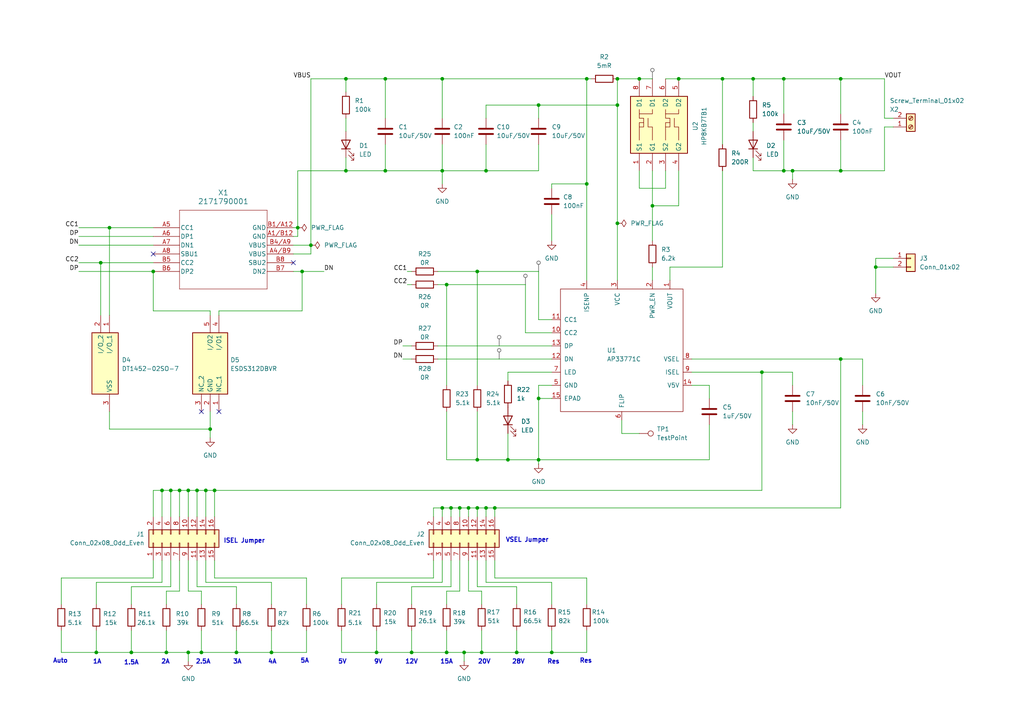
<source format=kicad_sch>
(kicad_sch (version 20250114) (generator "eeschema") (generator_version "9.0")
  (paper "A4")
  (lib_symbols
    (symbol "2171790001:2171790001" (pin_names (offset 0.254))
      (property "Reference" "J" (at 20.32 10.16 0))
      (property "Value" "2171790001" (at 20.32 7.62 0))
      (symbol "2171790001_0_1"
        (polyline (pts (xy 7.62 5.08) (xy 7.62 -17.78)) (stroke (width 0.127)))
        (polyline (pts (xy 7.62 -17.78) (xy 33.02 -17.78)) (stroke (width 0.127)))
        (polyline (pts (xy 33.02 5.08) (xy 7.62 5.08)) (stroke (width 0.127)))
        (polyline (pts (xy 33.02 -17.78) (xy 33.02 5.08)) (stroke (width 0.127)))
        (pin bidirectional line (at 0 0 0) (length 7.62) (name "CC1") (number "A5"))
        (pin bidirectional line (at 0 -2.54 0) (length 7.62) (name "DP1") (number "A6"))
        (pin bidirectional line (at 0 -5.08 0) (length 7.62) (name "DN1") (number "A7"))
        (pin bidirectional line (at 0 -7.62 0) (length 7.62) (name "SBU1") (number "A8"))
        (pin bidirectional line (at 0 -10.16 0) (length 7.62) (name "CC2") (number "B5"))
        (pin bidirectional line (at 0 -12.7 0) (length 7.62) (name "DP2") (number "B6"))
        (pin power_in line (at 40.64 -5.08 180) (length 7.62) (name "VBUS") (number "B4/A9"))
        (pin power_in line (at 40.64 -7.62 180) (length 7.62) (name "VBUS") (number "A4/B9"))
        (pin bidirectional line (at 40.64 -10.16 180) (length 7.62) (name "SBU2") (number "B8"))
        (pin bidirectional line (at 40.64 -12.7 180) (length 7.62) (name "DN2") (number "B7"))
      )
      (symbol "2171790001_1_1"
        (pin power_in line (at 40.64 0 180) (length 7.62) (name "GND") (number "B1/A12"))
        (pin power_in line (at 40.64 -2.54 180) (length 7.62) (name "GND") (number "A1/B12"))
      )
    )
    (symbol "Connector:Screw_Terminal_01x02" (pin_names (offset 1.016) (hide yes))
      (property "Reference" "J" (at 0 2.54 0))
      (property "Value" "Screw_Terminal_01x02" (at 0 -5.08 0))
      (symbol "Screw_Terminal_01x02_1_1"
        (rectangle (start -1.27 1.27) (end 1.27 -3.81) (stroke (width 0.254)) (fill (type background)))
        (polyline (pts (xy -0.5334 0.3302) (xy 0.3302 -0.508)) (stroke (width 0.1524)))
        (polyline (pts (xy -0.5334 -2.2098) (xy 0.3302 -3.048)) (stroke (width 0.1524)))
        (polyline (pts (xy -0.3556 0.508) (xy 0.508 -0.3302)) (stroke (width 0.1524)))
        (polyline (pts (xy -0.3556 -2.032) (xy 0.508 -2.8702)) (stroke (width 0.1524)))
        (circle (center 0 0) (radius 0.635) (stroke (width 0.1524)))
        (circle (center 0 -2.54) (radius 0.635) (stroke (width 0.1524)))
        (pin passive line (at -5.08 0 0) (length 3.81) (name "Pin_1") (number "1"))
        (pin passive line (at -5.08 -2.54 0) (length 3.81) (name "Pin_2") (number "2"))
      )
    )
    (symbol "Connector:TestPoint" (pin_numbers (hide yes)) (pin_names (offset 0.762) (hide yes))
      (property "Reference" "TP" (at 0 6.858 0))
      (property "Value" "TestPoint" (at 0 5.08 0))
      (symbol "TestPoint_0_1"
        (circle (center 0 3.302) (radius 0.762))
      )
      (symbol "TestPoint_1_1"
        (pin passive line (at 0 0 90) (length 2.54) (name "1") (number "1"))
      )
    )
    (symbol "Connector_Generic:Conn_01x02" (pin_names (offset 1.016) (hide yes))
      (property "Reference" "J" (at 0 2.54 0))
      (property "Value" "Conn_01x02" (at 0 -5.08 0))
      (symbol "Conn_01x02_1_1"
        (rectangle (start -1.27 1.27) (end 1.27 -3.81) (stroke (width 0.254)) (fill (type background)))
        (rectangle (start -1.27 0.127) (end 0 -0.127) (stroke (width 0.1524)))
        (rectangle (start -1.27 -2.413) (end 0 -2.667) (stroke (width 0.1524)))
        (pin passive line (at -5.08 0 0) (length 3.81) (name "Pin_1") (number "1"))
        (pin passive line (at -5.08 -2.54 0) (length 3.81) (name "Pin_2") (number "2"))
      )
    )
    (symbol "Connector_Generic:Conn_02x08_Odd_Even" (pin_names (offset 1.016) (hide yes))
      (property "Reference" "J" (at 1.27 10.16 0))
      (property "Value" "Conn_02x08_Odd_Even" (at 1.27 -12.7 0))
      (symbol "Conn_02x08_Odd_Even_1_1"
        (rectangle (start -1.27 8.89) (end 3.81 -11.43) (stroke (width 0.254)) (fill (type background)))
        (rectangle (start -1.27 7.747) (end 0 7.493) (stroke (width 0.1524)))
        (rectangle (start -1.27 5.207) (end 0 4.953) (stroke (width 0.1524)))
        (rectangle (start -1.27 2.667) (end 0 2.413) (stroke (width 0.1524)))
        (rectangle (start -1.27 0.127) (end 0 -0.127) (stroke (width 0.1524)))
        (rectangle (start -1.27 -2.413) (end 0 -2.667) (stroke (width 0.1524)))
        (rectangle (start -1.27 -4.953) (end 0 -5.207) (stroke (width 0.1524)))
        (rectangle (start -1.27 -7.493) (end 0 -7.747) (stroke (width 0.1524)))
        (rectangle (start -1.27 -10.033) (end 0 -10.287) (stroke (width 0.1524)))
        (rectangle (start 3.81 7.747) (end 2.54 7.493) (stroke (width 0.1524)))
        (rectangle (start 3.81 5.207) (end 2.54 4.953) (stroke (width 0.1524)))
        (rectangle (start 3.81 2.667) (end 2.54 2.413) (stroke (width 0.1524)))
        (rectangle (start 3.81 0.127) (end 2.54 -0.127) (stroke (width 0.1524)))
        (rectangle (start 3.81 -2.413) (end 2.54 -2.667) (stroke (width 0.1524)))
        (rectangle (start 3.81 -4.953) (end 2.54 -5.207) (stroke (width 0.1524)))
        (rectangle (start 3.81 -7.493) (end 2.54 -7.747) (stroke (width 0.1524)))
        (rectangle (start 3.81 -10.033) (end 2.54 -10.287) (stroke (width 0.1524)))
        (pin passive line (at -5.08 7.62 0) (length 3.81) (name "Pin_1") (number "1"))
        (pin passive line (at -5.08 5.08 0) (length 3.81) (name "Pin_3") (number "3"))
        (pin passive line (at -5.08 2.54 0) (length 3.81) (name "Pin_5") (number "5"))
        (pin passive line (at -5.08 0 0) (length 3.81) (name "Pin_7") (number "7"))
        (pin passive line (at -5.08 -2.54 0) (length 3.81) (name "Pin_9") (number "9"))
        (pin passive line (at -5.08 -5.08 0) (length 3.81) (name "Pin_11") (number "11"))
        (pin passive line (at -5.08 -7.62 0) (length 3.81) (name "Pin_13") (number "13"))
        (pin passive line (at -5.08 -10.16 0) (length 3.81) (name "Pin_15") (number "15"))
        (pin passive line (at 7.62 7.62 180) (length 3.81) (name "Pin_2") (number "2"))
        (pin passive line (at 7.62 5.08 180) (length 3.81) (name "Pin_4") (number "4"))
        (pin passive line (at 7.62 2.54 180) (length 3.81) (name "Pin_6") (number "6"))
        (pin passive line (at 7.62 0 180) (length 3.81) (name "Pin_8") (number "8"))
        (pin passive line (at 7.62 -2.54 180) (length 3.81) (name "Pin_10") (number "10"))
        (pin passive line (at 7.62 -5.08 180) (length 3.81) (name "Pin_12") (number "12"))
        (pin passive line (at 7.62 -7.62 180) (length 3.81) (name "Pin_14") (number "14"))
        (pin passive line (at 7.62 -10.16 180) (length 3.81) (name "Pin_16") (number "16"))
      )
    )
    (symbol "DT1452-02SO-7:DT1452-02SO-7"
      (property "Reference" "D" (at 24.13 7.62 0))
      (property "Value" "DT1452-02SO-7" (at 24.13 5.08 0))
      (symbol "DT1452-02SO-7_1_1"
        (rectangle (start 5.08 2.54) (end 22.86 -5.08) (stroke (width 0.254)) (fill (type background)))
        (pin passive line (at 0 0 0) (length 5.08) (name "I/O_1") (number "1"))
        (pin passive line (at 0 -2.54 0) (length 5.08) (name "I/O_2") (number "2"))
        (pin passive line (at 27.94 0 180) (length 5.08) (name "VSS") (number "3"))
      )
    )
    (symbol "Device:C" (pin_numbers (hide yes)) (pin_names (offset 0.254))
      (property "Reference" "C" (at 0.635 2.54 0))
      (property "Value" "C" (at 0.635 -2.54 0))
      (symbol "C_0_1"
        (polyline (pts (xy -2.032 0.762) (xy 2.032 0.762)) (stroke (width 0.508)))
        (polyline (pts (xy -2.032 -0.762) (xy 2.032 -0.762)) (stroke (width 0.508)))
      )
      (symbol "C_1_1"
        (pin passive line (at 0 3.81 270) (length 2.794) (name "~") (number "1"))
        (pin passive line (at 0 -3.81 90) (length 2.794) (name "~") (number "2"))
      )
    )
    (symbol "Device:LED" (pin_numbers (hide yes)) (pin_names (offset 1.016) (hide yes))
      (property "Reference" "D" (at 0 2.54 0))
      (property "Value" "LED" (at 0 -2.54 0))
      (symbol "LED_0_1"
        (polyline (pts (xy -3.048 -0.762) (xy -4.572 -2.286) (xy -3.81 -2.286) (xy -4.572 -2.286) (xy -4.572 -1.524)))
        (polyline (pts (xy -1.778 -0.762) (xy -3.302 -2.286) (xy -2.54 -2.286) (xy -3.302 -2.286) (xy -3.302 -1.524)))
        (polyline (pts (xy -1.27 0) (xy 1.27 0)))
        (polyline (pts (xy -1.27 -1.27) (xy -1.27 1.27)) (stroke (width 0.254)))
        (polyline (pts (xy 1.27 -1.27) (xy 1.27 1.27) (xy -1.27 0) (xy 1.27 -1.27)) (stroke (width 0.254)))
      )
      (symbol "LED_1_1"
        (pin passive line (at -3.81 0 0) (length 2.54) (name "K") (number "1"))
        (pin passive line (at 3.81 0 180) (length 2.54) (name "A") (number "2"))
      )
    )
    (symbol "Device:R" (pin_numbers (hide yes)) (pin_names (offset 0))
      (property "Reference" "R" (at 2.032 0 90))
      (property "Value" "R" (at 0 0 90))
      (symbol "R_0_1"
        (rectangle (start -1.016 -2.54) (end 1.016 2.54) (stroke (width 0.254)))
      )
      (symbol "R_1_1"
        (pin passive line (at 0 3.81 270) (length 1.27) (name "~") (number "1"))
        (pin passive line (at 0 -3.81 90) (length 1.27) (name "~") (number "2"))
      )
    )
    (symbol "ESDS312DBVR:ESDS312DBVR"
      (property "Reference" "D" (at 24.13 7.62 0))
      (property "Value" "ESDS312DBVR" (at 24.13 5.08 0))
      (symbol "ESDS312DBVR_1_1"
        (rectangle (start 5.08 2.54) (end 22.86 -7.62) (stroke (width 0.254)) (fill (type background)))
        (pin passive line (at 0 0 0) (length 5.08) (name "NC_1") (number "1"))
        (pin passive line (at 0 -2.54 0) (length 5.08) (name "GND") (number "2"))
        (pin passive line (at 0 -5.08 0) (length 5.08) (name "NC_2") (number "3"))
        (pin passive line (at 27.94 0 180) (length 5.08) (name "I/O1") (number "4"))
        (pin passive line (at 27.94 -2.54 180) (length 5.08) (name "I/O2") (number "5"))
      )
    )
    (symbol "HP8KB7TB1:HP8KB7TB1"
      (property "Reference" "U" (at -1.524 10.414 0))
      (property "Value" "HP8KB7TB1" (at -6.604 8.128 0))
      (symbol "HP8KB7TB1_0_1"
        (polyline (pts (xy -5.08 3.81) (xy -1.27 3.81) (xy -1.27 2.54) (xy 1.27 2.54) (xy 1.27 3.81) (xy 3.81 3.81)))
        (polyline (pts (xy -5.08 -3.81) (xy -1.27 -3.81) (xy -1.27 -5.08) (xy 1.27 -5.08) (xy 1.27 -3.81) (xy 3.81 -3.81)))
        (polyline (pts (xy 0 2.54) (xy 0 3.81) (xy -1.27 3.81)))
        (polyline (pts (xy 0 -5.08) (xy 0 -3.81) (xy -1.27 -3.81)))
        (polyline (pts (xy 1.27 1.27) (xy -1.27 1.27) (xy -1.27 0) (xy -5.08 0)))
        (polyline (pts (xy 1.27 -6.35) (xy -1.27 -6.35) (xy -1.27 -7.62) (xy -5.08 -7.62)))
        (polyline (pts (xy 2.54 3.81) (xy 2.54 0) (xy 3.81 0)))
        (polyline (pts (xy 2.54 -3.81) (xy 2.54 -7.62) (xy 3.81 -7.62)))
      )
      (symbol "HP8KB7TB1_1_1"
        (rectangle (start -8.89 6.35) (end 7.62 -10.16) (stroke (width 0.254)) (fill (type background)))
        (pin passive line (at -13.97 3.81 0) (length 5.08) (name "S1") (number "1"))
        (pin passive line (at -13.97 0 0) (length 5.08) (name "G1") (number "2"))
        (pin passive line (at -13.97 -3.81 0) (length 5.08) (name "S2") (number "3"))
        (pin passive line (at -13.97 -7.62 0) (length 5.08) (name "G2") (number "4"))
        (pin passive line (at 12.7 3.81 180) (length 5.08) (name "D1") (number "8"))
        (pin passive line (at 12.7 0 180) (length 5.08) (name "D1") (number "7"))
        (pin passive line (at 12.7 -3.81 180) (length 5.08) (name "D2") (number "6"))
        (pin passive line (at 12.7 -7.62 180) (length 5.08) (name "D2") (number "5"))
      )
    )
    (symbol "New_Library:AP33771C" (pin_names (offset 1.016))
      (property "Reference" "U" (at 0 2.54 0))
      (property "Value" "AP33771C" (at 0.508 0 0))
      (symbol "AP33771C_0_1"
        (rectangle (start -17.78 16.51) (end 17.78 -19.05))
      )
      (symbol "AP33771C_1_1"
        (pin bidirectional line (at -20.32 7.62 0) (length 2.54) (name "CC1") (number "11"))
        (pin bidirectional line (at -20.32 3.81 0) (length 2.54) (name "CC2") (number "10"))
        (pin bidirectional line (at -20.32 0 0) (length 2.54) (name "DP") (number "13"))
        (pin bidirectional line (at -20.32 -3.81 0) (length 2.54) (name "DN") (number "12"))
        (pin output line (at -20.32 -7.62 0) (length 2.54) (name "LED") (number "7"))
        (pin power_in line (at -20.32 -11.43 0) (length 2.54) (name "GND") (number "5"))
        (pin free line (at -20.32 -15.24 0) (length 2.54) (name "EPAD") (number "15"))
        (pin input line (at -10.16 19.05 270) (length 2.54) (name "ISENP") (number "4"))
        (pin power_in line (at -1.27 19.05 270) (length 2.54) (name "VCC") (number "3"))
        (pin output line (at 0 -21.59 90) (length 2.54) (name "FLIP") (number "6"))
        (pin output line (at 8.89 19.05 270) (length 2.54) (name "PWR_EN") (number "2"))
        (pin input line (at 13.97 19.05 270) (length 2.54) (name "VOUT") (number "1"))
        (pin input line (at 20.32 -3.81 180) (length 2.54) (name "VSEL") (number "8"))
        (pin input line (at 20.32 -7.62 180) (length 2.54) (name "ISEL") (number "9"))
        (pin power_out line (at 20.32 -11.43 180) (length 2.54) (name "V5V") (number "14"))
      )
    )
    (symbol "power:GND" (power) (pin_numbers (hide yes)) (pin_names (offset 0) (hide yes))
      (property "Value" "GND" (at 0 -3.81 0))
      (symbol "GND_0_1"
        (polyline (pts (xy 0 0) (xy 0 -1.27) (xy 1.27 -1.27) (xy 0 -2.54) (xy -1.27 -1.27) (xy 0 -1.27)))
      )
      (symbol "GND_1_1"
        (pin power_in line (at 0 0 270) (length 0) (name "~") (number "1"))
      )
    )
    (symbol "power:PWR_FLAG" (power) (pin_numbers (hide yes)) (pin_names (offset 0) (hide yes))
      (property "Value" "PWR_FLAG" (at 0 3.81 0))
      (symbol "PWR_FLAG_0_0"
        (pin power_out line (at 0 0 90) (length 0) (name "~") (number "1"))
      )
      (symbol "PWR_FLAG_0_1"
        (polyline (pts (xy 0 0) (xy 0 1.27) (xy -1.016 1.905) (xy 0 2.54) (xy 1.016 1.905) (xy 0 1.27)))
      )
    )
  )
  (text "20V" (at 140.462 192.024 0) (effects (font (size 1.27 1.27) (thickness 0.254) (bold yes))))
  (text "3A" (at 68.834 192.024 0) (effects (font (size 1.27 1.27) (thickness 0.254) (bold yes))))
  (text "28V" (at 150.368 192.024 0) (effects (font (size 1.27 1.27) (thickness 0.254) (bold yes))))
  (text "12V" (at 119.38 192.024 0) (effects (font (size 1.27 1.27) (thickness 0.254) (bold yes))))
  (text "15A" (at 129.54 192.024 0) (effects (font (size 1.27 1.27) (thickness 0.254) (bold yes))))
  (text "1.5A\n" (at 38.1 192.278 0) (effects (font (size 1.27 1.27) (thickness 0.254) (bold yes))))
  (text "2A\n" (at 48.006 192.024 0) (effects (font (size 1.27 1.27) (thickness 0.254) (bold yes))))
  (text "1A" (at 28.194 192.024 0) (effects (font (size 1.27 1.27) (thickness 0.254) (bold yes))))
  (text "4A" (at 78.994 192.024 0) (effects (font (size 1.27 1.27) (thickness 0.254) (bold yes))))
  (text "ISEL Jumper" (at 70.866 156.972 0) (effects (font (size 1.27 1.27) (thickness 0.254) (bold yes))))
  (text "Auto" (at 17.526 191.77 0) (effects (font (size 1.27 1.27) (thickness 0.254) (bold yes))))
  (text "2.5A" (at 58.928 192.024 0) (effects (font (size 1.27 1.27) (thickness 0.254) (bold yes))))
  (text "5V" (at 99.314 192.024 0) (effects (font (size 1.27 1.27) (thickness 0.254) (bold yes))))
  (text "Res" (at 169.926 191.77 0) (effects (font (size 1.27 1.27) (thickness 0.254) (bold yes))))
  (text "9V" (at 109.728 192.024 0) (effects (font (size 1.27 1.27) (thickness 0.254) (bold yes))))
  (text "VSEL Jumper" (at 152.908 156.718 0) (effects (font (size 1.27 1.27) (thickness 0.254) (bold yes))))
  (text "Res" (at 160.528 192.024 0) (effects (font (size 1.27 1.27) (thickness 0.254) (bold yes))))
  (text "5A" (at 88.392 191.77 0) (effects (font (size 1.27 1.27) (thickness 0.254) (bold yes))))
  (junction (at 54.61 142.24))
  (junction (at 49.53 142.24))
  (junction (at 31.75 66.04))
  (junction (at 170.18 22.86))
  (junction (at 220.98 107.95))
  (junction (at 138.43 78.74))
  (junction (at 78.74 189.23))
  (junction (at 29.21 76.2))
  (junction (at 54.61 189.23))
  (junction (at 189.23 59.69))
  (junction (at 147.32 133.35))
  (junction (at 59.69 142.24))
  (junction (at 140.97 49.53))
  (junction (at 156.21 115.57))
  (junction (at 227.33 22.86))
  (junction (at 156.21 133.35))
  (junction (at 138.43 133.35))
  (junction (at 111.76 49.53))
  (junction (at 138.43 147.32))
  (junction (at 109.22 189.23))
  (junction (at 100.33 49.53))
  (junction (at 179.07 30.48))
  (junction (at 52.07 142.24))
  (junction (at 170.18 53.34))
  (junction (at 48.26 189.23))
  (junction (at 179.07 64.77))
  (junction (at 111.76 22.86))
  (junction (at 243.84 49.53))
  (junction (at 156.21 30.48))
  (junction (at 227.33 49.53))
  (junction (at 38.1 189.23))
  (junction (at 218.44 22.86))
  (junction (at 119.38 189.23))
  (junction (at 100.33 22.86))
  (junction (at 68.58 189.23))
  (junction (at 143.51 147.32))
  (junction (at 139.7 189.23))
  (junction (at 129.54 189.23))
  (junction (at 46.99 142.24))
  (junction (at 160.02 189.23))
  (junction (at 133.35 147.32))
  (junction (at 130.81 147.32))
  (junction (at 140.97 147.32))
  (junction (at 129.54 82.55))
  (junction (at 254 77.47))
  (junction (at 243.84 22.86))
  (junction (at 149.86 189.23))
  (junction (at 128.27 22.86))
  (junction (at 128.27 147.32))
  (junction (at 185.42 22.86))
  (junction (at 87.63 78.74))
  (junction (at 57.15 142.24))
  (junction (at 243.84 104.14))
  (junction (at 27.94 189.23))
  (junction (at 196.85 22.86))
  (junction (at 179.07 22.86))
  (junction (at 44.45 78.74))
  (junction (at 86.36 66.04))
  (junction (at 209.55 22.86))
  (junction (at 58.42 189.23))
  (junction (at 90.17 71.12))
  (junction (at 135.89 147.32))
  (junction (at 134.62 189.23))
  (junction (at 62.23 142.24))
  (junction (at 229.87 49.53))
  (junction (at 60.96 124.46))
  (junction (at 128.27 49.53))
  (no_connect (at 63.5 119.38))
  (no_connect (at 44.45 73.66))
  (no_connect (at 85.09 76.2))
  (no_connect (at 58.42 119.38))
  (wire (pts (xy 133.35 162.56) (xy 133.35 171.45)))
  (wire (pts (xy 125.73 147.32) (xy 128.27 147.32)))
  (wire (pts (xy 140.97 41.91) (xy 140.97 49.53)))
  (wire (pts (xy 243.84 22.86) (xy 243.84 33.02)))
  (wire (pts (xy 17.78 189.23) (xy 27.94 189.23)))
  (wire (pts (xy 118.11 78.74) (xy 119.38 78.74)))
  (wire (pts (xy 218.44 35.56) (xy 218.44 38.1)))
  (wire (pts (xy 205.74 111.76) (xy 205.74 115.57)))
  (wire (pts (xy 254 77.47) (xy 254 85.09)))
  (wire (pts (xy 229.87 49.53) (xy 229.87 52.07)))
  (wire (pts (xy 128.27 147.32) (xy 128.27 149.86)))
  (wire (pts (xy 111.76 22.86) (xy 128.27 22.86)))
  (wire (pts (xy 63.5 90.17) (xy 63.5 91.44)))
  (wire (pts (xy 49.53 162.56) (xy 49.53 170.18)))
  (wire (pts (xy 200.66 111.76) (xy 205.74 111.76)))
  (wire (pts (xy 129.54 119.38) (xy 129.54 133.35)))
  (wire (pts (xy 78.74 168.91) (xy 78.74 175.26)))
  (wire (pts (xy 85.09 71.12) (xy 90.17 71.12)))
  (wire (pts (xy 86.36 66.04) (xy 86.36 49.53)))
  (wire (pts (xy 52.07 162.56) (xy 52.07 171.45)))
  (wire (pts (xy 185.42 54.61) (xy 193.04 54.61)))
  (wire (pts (xy 170.18 53.34) (xy 170.18 81.28)))
  (wire (pts (xy 62.23 142.24) (xy 220.98 142.24)))
  (wire (pts (xy 54.61 162.56) (xy 54.61 171.45)))
  (wire (pts (xy 156.21 49.53) (xy 140.97 49.53)))
  (wire (pts (xy 128.27 41.91) (xy 128.27 49.53)))
  (wire (pts (xy 44.45 90.17) (xy 44.45 78.74)))
  (wire (pts (xy 31.75 124.46) (xy 60.96 124.46)))
  (wire (pts (xy 58.42 171.45) (xy 58.42 175.26)))
  (wire (pts (xy 29.21 76.2) (xy 44.45 76.2)))
  (wire (pts (xy 127 100.33) (xy 160.02 100.33)))
  (wire (pts (xy 129.54 133.35) (xy 138.43 133.35)))
  (wire (pts (xy 129.54 82.55) (xy 152.4 82.55)))
  (wire (pts (xy 140.97 147.32) (xy 140.97 149.86)))
  (wire (pts (xy 196.85 59.69) (xy 189.23 59.69)))
  (wire (pts (xy 256.54 34.29) (xy 259.08 34.29)))
  (wire (pts (xy 149.86 182.88) (xy 149.86 189.23)))
  (wire (pts (xy 52.07 171.45) (xy 48.26 171.45)))
  (wire (pts (xy 254 74.93) (xy 254 77.47)))
  (wire (pts (xy 160.02 111.76) (xy 156.21 111.76)))
  (wire (pts (xy 48.26 182.88) (xy 48.26 189.23)))
  (wire (pts (xy 99.06 189.23) (xy 109.22 189.23)))
  (wire (pts (xy 179.07 64.77) (xy 179.07 81.28)))
  (wire (pts (xy 125.73 149.86) (xy 125.73 147.32)))
  (wire (pts (xy 194.31 77.47) (xy 194.31 81.28)))
  (wire (pts (xy 139.7 171.45) (xy 139.7 175.26)))
  (wire (pts (xy 49.53 170.18) (xy 38.1 170.18)))
  (wire (pts (xy 118.11 82.55) (xy 119.38 82.55)))
  (wire (pts (xy 44.45 142.24) (xy 46.99 142.24)))
  (wire (pts (xy 38.1 189.23) (xy 48.26 189.23)))
  (wire (pts (xy 138.43 78.74) (xy 156.21 78.74)))
  (wire (pts (xy 46.99 142.24) (xy 49.53 142.24)))
  (wire (pts (xy 138.43 133.35) (xy 147.32 133.35)))
  (wire (pts (xy 54.61 142.24) (xy 54.61 149.86)))
  (wire (pts (xy 85.09 68.58) (xy 86.36 68.58)))
  (wire (pts (xy 218.44 22.86) (xy 227.33 22.86)))
  (wire (pts (xy 59.69 142.24) (xy 62.23 142.24)))
  (wire (pts (xy 128.27 22.86) (xy 128.27 34.29)))
  (wire (pts (xy 139.7 189.23) (xy 149.86 189.23)))
  (wire (pts (xy 27.94 168.91) (xy 27.94 175.26)))
  (wire (pts (xy 220.98 142.24) (xy 220.98 107.95)))
  (wire (pts (xy 52.07 142.24) (xy 54.61 142.24)))
  (wire (pts (xy 156.21 115.57) (xy 160.02 115.57)))
  (wire (pts (xy 227.33 49.53) (xy 229.87 49.53)))
  (wire (pts (xy 130.81 170.18) (xy 119.38 170.18)))
  (wire (pts (xy 31.75 124.46) (xy 31.75 119.38)))
  (wire (pts (xy 100.33 22.86) (xy 100.33 26.67)))
  (wire (pts (xy 196.85 22.86) (xy 209.55 22.86)))
  (wire (pts (xy 218.44 49.53) (xy 227.33 49.53)))
  (wire (pts (xy 220.98 107.95) (xy 200.66 107.95)))
  (wire (pts (xy 125.73 167.64) (xy 99.06 167.64)))
  (wire (pts (xy 88.9 182.88) (xy 88.9 189.23)))
  (wire (pts (xy 90.17 71.12) (xy 90.17 22.86)))
  (wire (pts (xy 250.19 119.38) (xy 250.19 123.19)))
  (wire (pts (xy 134.62 191.77) (xy 134.62 189.23)))
  (wire (pts (xy 57.15 162.56) (xy 57.15 170.18)))
  (wire (pts (xy 22.86 68.58) (xy 44.45 68.58)))
  (wire (pts (xy 209.55 77.47) (xy 194.31 77.47)))
  (wire (pts (xy 129.54 82.55) (xy 129.54 111.76)))
  (wire (pts (xy 31.75 66.04) (xy 31.75 91.44)))
  (wire (pts (xy 139.7 182.88) (xy 139.7 189.23)))
  (wire (pts (xy 62.23 167.64) (xy 62.23 162.56)))
  (wire (pts (xy 196.85 49.53) (xy 196.85 59.69)))
  (wire (pts (xy 22.86 76.2) (xy 29.21 76.2)))
  (wire (pts (xy 170.18 167.64) (xy 170.18 175.26)))
  (wire (pts (xy 100.33 22.86) (xy 111.76 22.86)))
  (wire (pts (xy 256.54 36.83) (xy 256.54 49.53)))
  (wire (pts (xy 130.81 162.56) (xy 130.81 170.18)))
  (wire (pts (xy 229.87 49.53) (xy 243.84 49.53)))
  (wire (pts (xy 130.81 147.32) (xy 133.35 147.32)))
  (wire (pts (xy 156.21 115.57) (xy 156.21 133.35)))
  (wire (pts (xy 185.42 22.86) (xy 189.23 22.86)))
  (wire (pts (xy 54.61 171.45) (xy 58.42 171.45)))
  (wire (pts (xy 44.45 90.17) (xy 60.96 90.17)))
  (wire (pts (xy 62.23 167.64) (xy 88.9 167.64)))
  (wire (pts (xy 100.33 49.53) (xy 111.76 49.53)))
  (wire (pts (xy 140.97 30.48) (xy 156.21 30.48)))
  (wire (pts (xy 243.84 49.53) (xy 256.54 49.53)))
  (wire (pts (xy 200.66 104.14) (xy 243.84 104.14)))
  (wire (pts (xy 59.69 142.24) (xy 59.69 149.86)))
  (wire (pts (xy 116.84 100.33) (xy 119.38 100.33)))
  (wire (pts (xy 130.81 147.32) (xy 130.81 149.86)))
  (wire (pts (xy 63.5 90.17) (xy 87.63 90.17)))
  (wire (pts (xy 111.76 22.86) (xy 111.76 34.29)))
  (wire (pts (xy 156.21 111.76) (xy 156.21 115.57)))
  (wire (pts (xy 156.21 30.48) (xy 156.21 34.29)))
  (wire (pts (xy 17.78 182.88) (xy 17.78 189.23)))
  (wire (pts (xy 22.86 78.74) (xy 44.45 78.74)))
  (wire (pts (xy 31.75 66.04) (xy 44.45 66.04)))
  (wire (pts (xy 54.61 189.23) (xy 58.42 189.23)))
  (wire (pts (xy 68.58 182.88) (xy 68.58 189.23)))
  (wire (pts (xy 58.42 189.23) (xy 68.58 189.23)))
  (wire (pts (xy 44.45 167.64) (xy 17.78 167.64)))
  (wire (pts (xy 100.33 45.72) (xy 100.33 49.53)))
  (wire (pts (xy 147.32 107.95) (xy 160.02 107.95)))
  (wire (pts (xy 48.26 171.45) (xy 48.26 175.26)))
  (wire (pts (xy 170.18 22.86) (xy 170.18 53.34)))
  (wire (pts (xy 88.9 167.64) (xy 88.9 175.26)))
  (wire (pts (xy 128.27 22.86) (xy 170.18 22.86)))
  (wire (pts (xy 243.84 22.86) (xy 256.54 22.86)))
  (wire (pts (xy 138.43 147.32) (xy 140.97 147.32)))
  (wire (pts (xy 38.1 182.88) (xy 38.1 189.23)))
  (wire (pts (xy 160.02 189.23) (xy 170.18 189.23)))
  (wire (pts (xy 147.32 125.73) (xy 147.32 133.35)))
  (wire (pts (xy 86.36 49.53) (xy 100.33 49.53)))
  (wire (pts (xy 49.53 142.24) (xy 52.07 142.24)))
  (wire (pts (xy 111.76 49.53) (xy 128.27 49.53)))
  (wire (pts (xy 90.17 22.86) (xy 100.33 22.86)))
  (wire (pts (xy 129.54 182.88) (xy 129.54 189.23)))
  (wire (pts (xy 85.09 66.04) (xy 86.36 66.04)))
  (wire (pts (xy 160.02 62.23) (xy 160.02 69.85)))
  (wire (pts (xy 129.54 189.23) (xy 134.62 189.23)))
  (wire (pts (xy 58.42 182.88) (xy 58.42 189.23)))
  (wire (pts (xy 138.43 119.38) (xy 138.43 133.35)))
  (wire (pts (xy 138.43 170.18) (xy 149.86 170.18)))
  (wire (pts (xy 119.38 182.88) (xy 119.38 189.23)))
  (wire (pts (xy 44.45 167.64) (xy 44.45 162.56)))
  (wire (pts (xy 209.55 22.86) (xy 218.44 22.86)))
  (wire (pts (xy 180.34 121.92) (xy 180.34 125.73)))
  (wire (pts (xy 218.44 22.86) (xy 218.44 27.94)))
  (wire (pts (xy 109.22 189.23) (xy 119.38 189.23)))
  (wire (pts (xy 156.21 133.35) (xy 156.21 134.62)))
  (wire (pts (xy 205.74 123.19) (xy 205.74 133.35)))
  (wire (pts (xy 229.87 111.76) (xy 229.87 107.95)))
  (wire (pts (xy 52.07 142.24) (xy 52.07 149.86)))
  (wire (pts (xy 29.21 76.2) (xy 29.21 91.44)))
  (wire (pts (xy 218.44 45.72) (xy 218.44 49.53)))
  (wire (pts (xy 156.21 41.91) (xy 156.21 49.53)))
  (wire (pts (xy 227.33 40.64) (xy 227.33 49.53)))
  (wire (pts (xy 256.54 36.83) (xy 259.08 36.83)))
  (wire (pts (xy 170.18 22.86) (xy 171.45 22.86)))
  (wire (pts (xy 140.97 147.32) (xy 143.51 147.32)))
  (wire (pts (xy 180.34 125.73) (xy 185.42 125.73)))
  (wire (pts (xy 152.4 96.52) (xy 160.02 96.52)))
  (wire (pts (xy 127 82.55) (xy 129.54 82.55)))
  (wire (pts (xy 135.89 149.86) (xy 135.89 147.32)))
  (wire (pts (xy 185.42 49.53) (xy 185.42 54.61)))
  (wire (pts (xy 152.4 82.55) (xy 152.4 96.52)))
  (wire (pts (xy 60.96 127) (xy 60.96 124.46)))
  (wire (pts (xy 229.87 107.95) (xy 220.98 107.95)))
  (wire (pts (xy 46.99 168.91) (xy 27.94 168.91)))
  (wire (pts (xy 62.23 142.24) (xy 62.23 149.86)))
  (wire (pts (xy 156.21 133.35) (xy 205.74 133.35)))
  (wire (pts (xy 27.94 182.88) (xy 27.94 189.23)))
  (wire (pts (xy 109.22 182.88) (xy 109.22 189.23)))
  (wire (pts (xy 119.38 170.18) (xy 119.38 175.26)))
  (wire (pts (xy 229.87 119.38) (xy 229.87 123.19)))
  (wire (pts (xy 87.63 90.17) (xy 87.63 78.74)))
  (wire (pts (xy 140.97 34.29) (xy 140.97 30.48)))
  (wire (pts (xy 60.96 119.38) (xy 60.96 124.46)))
  (wire (pts (xy 54.61 191.77) (xy 54.61 189.23)))
  (wire (pts (xy 27.94 189.23) (xy 38.1 189.23)))
  (wire (pts (xy 189.23 59.69) (xy 189.23 69.85)))
  (wire (pts (xy 135.89 171.45) (xy 139.7 171.45)))
  (wire (pts (xy 116.84 104.14) (xy 119.38 104.14)))
  (wire (pts (xy 179.07 22.86) (xy 179.07 30.48)))
  (wire (pts (xy 68.58 189.23) (xy 78.74 189.23)))
  (wire (pts (xy 22.86 71.12) (xy 44.45 71.12)))
  (wire (pts (xy 127 78.74) (xy 138.43 78.74)))
  (wire (pts (xy 128.27 168.91) (xy 109.22 168.91)))
  (wire (pts (xy 160.02 53.34) (xy 170.18 53.34)))
  (wire (pts (xy 85.09 73.66) (xy 90.17 73.66)))
  (wire (pts (xy 129.54 171.45) (xy 129.54 175.26)))
  (wire (pts (xy 90.17 73.66) (xy 90.17 71.12)))
  (wire (pts (xy 125.73 167.64) (xy 125.73 162.56)))
  (wire (pts (xy 100.33 34.29) (xy 100.33 38.1)))
  (wire (pts (xy 243.84 147.32) (xy 243.84 104.14)))
  (wire (pts (xy 59.69 168.91) (xy 78.74 168.91)))
  (wire (pts (xy 128.27 49.53) (xy 128.27 53.34)))
  (wire (pts (xy 209.55 49.53) (xy 209.55 77.47)))
  (wire (pts (xy 38.1 170.18) (xy 38.1 175.26)))
  (wire (pts (xy 147.32 110.49) (xy 147.32 107.95)))
  (wire (pts (xy 128.27 162.56) (xy 128.27 168.91)))
  (wire (pts (xy 140.97 168.91) (xy 160.02 168.91)))
  (wire (pts (xy 143.51 167.64) (xy 143.51 162.56)))
  (wire (pts (xy 179.07 30.48) (xy 179.07 64.77)))
  (wire (pts (xy 86.36 68.58) (xy 86.36 66.04)))
  (wire (pts (xy 68.58 170.18) (xy 68.58 175.26)))
  (wire (pts (xy 46.99 162.56) (xy 46.99 168.91)))
  (wire (pts (xy 133.35 171.45) (xy 129.54 171.45)))
  (wire (pts (xy 99.06 182.88) (xy 99.06 189.23)))
  (wire (pts (xy 49.53 142.24) (xy 49.53 149.86)))
  (wire (pts (xy 227.33 22.86) (xy 243.84 22.86)))
  (wire (pts (xy 59.69 162.56) (xy 59.69 168.91)))
  (wire (pts (xy 143.51 147.32) (xy 143.51 149.86)))
  (wire (pts (xy 140.97 49.53) (xy 128.27 49.53)))
  (wire (pts (xy 87.63 78.74) (xy 93.98 78.74)))
  (wire (pts (xy 109.22 168.91) (xy 109.22 175.26)))
  (wire (pts (xy 160.02 168.91) (xy 160.02 175.26)))
  (wire (pts (xy 170.18 182.88) (xy 170.18 189.23)))
  (wire (pts (xy 243.84 40.64) (xy 243.84 49.53)))
  (wire (pts (xy 156.21 30.48) (xy 179.07 30.48)))
  (wire (pts (xy 99.06 167.64) (xy 99.06 175.26)))
  (wire (pts (xy 143.51 147.32) (xy 243.84 147.32)))
  (wire (pts (xy 135.89 162.56) (xy 135.89 171.45)))
  (wire (pts (xy 179.07 22.86) (xy 185.42 22.86)))
  (wire (pts (xy 147.32 133.35) (xy 156.21 133.35)))
  (wire (pts (xy 17.78 167.64) (xy 17.78 175.26)))
  (wire (pts (xy 111.76 49.53) (xy 111.76 41.91)))
  (wire (pts (xy 48.26 189.23) (xy 54.61 189.23)))
  (wire (pts (xy 156.21 78.74) (xy 156.21 92.71)))
  (wire (pts (xy 140.97 162.56) (xy 140.97 168.91)))
  (wire (pts (xy 57.15 149.86) (xy 57.15 142.24)))
  (wire (pts (xy 149.86 189.23) (xy 160.02 189.23)))
  (wire (pts (xy 250.19 111.76) (xy 250.19 104.14)))
  (wire (pts (xy 135.89 147.32) (xy 138.43 147.32)))
  (wire (pts (xy 78.74 182.88) (xy 78.74 189.23)))
  (wire (pts (xy 143.51 167.64) (xy 170.18 167.64)))
  (wire (pts (xy 54.61 142.24) (xy 57.15 142.24)))
  (wire (pts (xy 189.23 49.53) (xy 189.23 59.69)))
  (wire (pts (xy 259.08 74.93) (xy 254 74.93)))
  (wire (pts (xy 156.21 92.71) (xy 160.02 92.71)))
  (wire (pts (xy 127 104.14) (xy 160.02 104.14)))
  (wire (pts (xy 119.38 189.23) (xy 129.54 189.23)))
  (wire (pts (xy 138.43 147.32) (xy 138.43 149.86)))
  (wire (pts (xy 133.35 147.32) (xy 135.89 147.32)))
  (wire (pts (xy 250.19 104.14) (xy 243.84 104.14)))
  (wire (pts (xy 133.35 147.32) (xy 133.35 149.86)))
  (wire (pts (xy 256.54 22.86) (xy 256.54 34.29)))
  (wire (pts (xy 209.55 41.91) (xy 209.55 22.86)))
  (wire (pts (xy 138.43 162.56) (xy 138.43 170.18)))
  (wire (pts (xy 193.04 22.86) (xy 196.85 22.86)))
  (wire (pts (xy 46.99 142.24) (xy 46.99 149.86)))
  (wire (pts (xy 78.74 189.23) (xy 88.9 189.23)))
  (wire (pts (xy 138.43 78.74) (xy 138.43 111.76)))
  (wire (pts (xy 60.96 90.17) (xy 60.96 91.44)))
  (wire (pts (xy 128.27 147.32) (xy 130.81 147.32)))
  (wire (pts (xy 254 77.47) (xy 259.08 77.47)))
  (wire (pts (xy 227.33 33.02) (xy 227.33 22.86)))
  (wire (pts (xy 160.02 182.88) (xy 160.02 189.23)))
  (wire (pts (xy 160.02 54.61) (xy 160.02 53.34)))
  (wire (pts (xy 134.62 189.23) (xy 139.7 189.23)))
  (wire (pts (xy 44.45 149.86) (xy 44.45 142.24)))
  (wire (pts (xy 189.23 77.47) (xy 189.23 81.28)))
  (wire (pts (xy 85.09 78.74) (xy 87.63 78.74)))
  (wire (pts (xy 149.86 170.18) (xy 149.86 175.26)))
  (wire (pts (xy 57.15 170.18) (xy 68.58 170.18)))
  (wire (pts (xy 22.86 66.04) (xy 31.75 66.04)))
  (wire (pts (xy 57.15 142.24) (xy 59.69 142.24)))
  (wire (pts (xy 193.04 49.53) (xy 193.04 54.61)))
  (label "VOUT" (at 256.54 22.86 0))
  (label "CC1" (at 22.86 66.04 180))
  (label "DN" (at 93.98 78.74 0))
  (label "DP" (at 116.84 100.33 180))
  (label "CC1" (at 118.11 78.74 180) (effects (font (thickness 0.1588))))
  (label "DN" (at 116.84 104.14 180))
  (label "CC2" (at 22.86 76.2 180))
  (label "DN" (at 22.86 71.12 180))
  (label "CC2" (at 118.11 82.55 180) (effects (font (thickness 0.1588))))
  (label "DP" (at 22.86 68.58 180))
  (label "DP" (at 22.86 78.74 180))
  (label "VBUS" (at 90.17 22.86 180))
  (netclass_flag "" (length 2.54) (shape round) (at 156.21 78.74 0) (property "Netclass" "Signal" (effects (hide yes))))
  (netclass_flag "" (length 2.54) (shape round) (at 152.4 82.55 0) (property "Netclass" "Signal" (effects (hide yes))))
  (netclass_flag "" (length 2.54) (shape round) (at 189.23 22.86 0) (property "Netclass" "Power" (effects (hide yes))))
  (netclass_flag "" (length 2.54) (shape round) (at 144.78 100.33 0) (property "Netclass" "Signal" (effects (hide yes))))
  (netclass_flag "" (length 2.54) (shape round) (at 144.78 104.14 0) (property "Netclass" "Signal" (effects (hide yes))))
  (symbol (lib_id "power:GND") (at 229.87 52.07 0) (unit 1)
    (property "Reference" "#PWR06" (effects (hide yes)))
    (property "Value" "GND" (at 229.87 57.15 0))
    (property "Description" "Power symbol creates a global label with name \"GND\" , ground" (effects (hide yes)))
  )
  (symbol (lib_id "Device:R") (at 119.38 179.07 0) (mirror y) (unit 1)
    (property "Reference" "R19" (at 125.476 177.8 0) (effects (justify left)))
    (property "Value" "26.1k" (at 126.746 180.086 0) (effects (justify left)))
    (property "Footprint" "Resistor_SMD:R_0603_1608Metric" (effects (hide yes)))
    (property "Description" "Resistor" (effects (hide yes)))
  )
  (symbol (lib_id "Device:R") (at 218.44 31.75 0) (unit 1)
    (property "Reference" "R5" (at 220.98 30.4799 0) (effects (justify left)))
    (property "Value" "100k" (at 220.98 33.0199 0) (effects (justify left)))
    (property "Footprint" "Resistor_SMD:R_0603_1608Metric" (effects (hide yes)))
    (property "Description" "Resistor" (effects (hide yes)))
  )
  (symbol (lib_id "New_Library:AP33771C") (at 180.34 100.33 0) (unit 1)
    (property "Reference" "U1" (at 176.022 101.6 0) (effects (justify left)))
    (property "Value" "AP33771C" (at 176.022 104.14 0) (effects (justify left)))
    (property "Footprint" "footprints:AP33771CFBZ13FA01" (effects (hide yes)))
  )
  (symbol (lib_id "Connector:Screw_Terminal_01x02") (at 264.16 36.83 0) (mirror x) (unit 1)
    (property "Reference" "X2" (at 258.064 31.75 0) (effects (justify left)))
    (property "Value" "Screw_Terminal_01x02" (at 258.064 29.21 0) (effects (justify left)))
    (property "Footprint" "TerminalBlock_Phoenix:TerminalBlock_Phoenix_MKDS-1,5-2_1x02_P5.00mm_Horizontal" (effects (hide yes)))
    (property "Description" "Generic screw terminal, single row, 01x02, script generated (kicad-library-utils/schlib/autogen/connector/)" (effects (hide yes)))
  )
  (symbol (lib_id "Device:R") (at 78.74 179.07 0) (mirror y) (unit 1)
    (property "Reference" "R7" (at 83.312 178.054 0) (effects (justify left)))
    (property "Value" "82k" (at 84.074 180.594 0) (effects (justify left)))
    (property "Footprint" "Resistor_SMD:R_0603_1608Metric" (effects (hide yes)))
    (property "Description" "Resistor" (effects (hide yes)))
  )
  (symbol (lib_id "power:PWR_FLAG") (at 90.17 71.12 270) (unit 1)
    (property "Reference" "#FLG02" (effects (hide yes)))
    (property "Value" "PWR_FLAG" (at 93.98 71.1199 90) (effects (justify left)))
    (property "Description" "Special symbol for telling ERC where power comes from" (effects (hide yes)))
  )
  (symbol (lib_id "Device:C") (at 156.21 38.1 0) (unit 1)
    (property "Reference" "C9" (at 160.02 36.8299 0) (effects (justify left)))
    (property "Value" "10uF/50V" (at 160.02 39.3699 0) (effects (justify left)))
    (property "Footprint" "Capacitor_SMD:C_1206_3216Metric" (effects (hide yes)))
    (property "Description" "CER 10UF 50V X7R 1206" (effects (hide yes)))
    (property "Manufacturer_Part_Number" "CL31B106KBHNNNE" (effects (hide yes)))
    (property "Manufacturer_Name" "Samsung Electro-Mechanics" (effects (hide yes)))
  )
  (symbol (lib_id "Device:R") (at 17.78 179.07 0) (mirror y) (unit 1)
    (property "Reference" "R13" (at 23.622 178.054 0) (effects (justify left)))
    (property "Value" "5.1k" (at 23.876 180.594 0) (effects (justify left)))
    (property "Footprint" "Resistor_SMD:R_0603_1608Metric" (effects (hide yes)))
    (property "Description" "Resistor" (effects (hide yes)))
  )
  (symbol (lib_id "Device:LED") (at 147.32 121.92 90) (unit 1)
    (property "Reference" "D3" (at 151.13 122.2374 90) (effects (justify right)))
    (property "Value" "LED" (at 151.13 124.7774 90) (effects (justify right)))
    (property "Footprint" "LED_SMD:LED_0805_2012Metric" (effects (hide yes)))
    (property "Description" "Light emitting diode" (effects (hide yes)))
    (property "Sim.Pins" "1=K 2=A" (effects (hide yes)))
  )
  (symbol (lib_id "Device:R") (at 123.19 82.55 90) (unit 1)
    (property "Reference" "R26" (at 123.19 86.106 90))
    (property "Value" "0R" (at 123.19 88.646 90))
    (property "Footprint" "Resistor_SMD:R_0603_1608Metric" (effects (hide yes)))
    (property "Description" "Resistor" (effects (hide yes)))
  )
  (symbol (lib_id "ESDS312DBVR:ESDS312DBVR") (at 63.5 119.38 270) (mirror x) (unit 1)
    (property "Reference" "D5" (at 66.802 104.394 90) (effects (justify left)))
    (property "Value" "ESDS312DBVR" (at 66.802 106.934 90) (effects (justify left)))
    (property "Footprint" "footprints:ESDS312DBVR" (effects (hide yes)))
    (property "Datasheet" "http://www.ti.com/lit/gpn/esds312" (effects (hide yes)))
    (property "Description" "3.6V Data-Line Surge and 30kV ESD Protection Diode Array" (effects (hide yes)))
    (property "Height" "1.45" (effects (hide yes)))
    (property "Mouser Part Number" "595-ESDS312DBVR" (effects (hide yes)))
    (property "Mouser Price/Stock" "https://www.mouser.co.uk/ProductDetail/Texas-Instruments/ESDS312DBVR?qs=byeeYqUIh0PGNqB7QuJpTA%3D%3D" (effects (hide yes)))
    (property "Manufacturer_Name" "Texas Instruments" (effects (hide yes)))
    (property "Manufacturer_Part_Number" "ESDS312DBVR" (effects (hide yes)))
  )
  (symbol (lib_id "Device:C") (at 128.27 38.1 0) (unit 1)
    (property "Reference" "C2" (at 131.572 36.83 0) (effects (justify left)))
    (property "Value" "100nF" (at 131.572 39.37 0) (effects (justify left)))
    (property "Footprint" "Capacitor_SMD:C_0603_1608Metric" (effects (hide yes)))
    (property "Description" "CER 100nF ±10% 50V X7R 0603" (effects (hide yes)))
    (property "Manufacturer_Name" "Murata" (effects (hide yes)))
    (property "Manufacturer_Part_Number" "GRM188R71H104KA93D" (effects (hide yes)))
  )
  (symbol (lib_id "Device:C") (at 140.97 38.1 0) (unit 1)
    (property "Reference" "C10" (at 144.018 36.83 0) (effects (justify left)))
    (property "Value" "10uF/50V" (at 144.018 39.37 0) (effects (justify left)))
    (property "Footprint" "Capacitor_SMD:C_1206_3216Metric" (effects (hide yes)))
    (property "Description" "CER 10UF 50V X7R 1206" (effects (hide yes)))
    (property "Manufacturer_Part_Number" "CL31B106KBHNNNE" (effects (hide yes)))
    (property "Manufacturer_Name" "Samsung Electro-Mechanics" (effects (hide yes)))
  )
  (symbol (lib_id "Device:R") (at 123.19 78.74 90) (unit 1)
    (property "Reference" "R25" (at 123.19 73.66 90))
    (property "Value" "0R" (at 123.19 76.2 90))
    (property "Footprint" "Resistor_SMD:R_0603_1608Metric" (effects (hide yes)))
    (property "Description" "Resistor" (effects (hide yes)))
  )
  (symbol (lib_id "power:GND") (at 250.19 123.19 0) (unit 1)
    (property "Reference" "#PWR012" (effects (hide yes)))
    (property "Value" "GND" (at 250.19 128.27 0))
    (property "Description" "Power symbol creates a global label with name \"GND\" , ground" (effects (hide yes)))
  )
  (symbol (lib_id "Connector_Generic:Conn_01x02") (at 264.16 74.93 0) (unit 1)
    (property "Reference" "J3" (at 266.7 74.9299 0) (effects (justify left)))
    (property "Value" "Conn_01x02" (at 266.7 77.4699 0) (effects (justify left)))
    (property "Footprint" "Connector_PinHeader_2.54mm:PinHeader_1x02_P2.54mm_Vertical" (effects (hide yes)))
    (property "Description" "Generic connector, single row, 01x02, script generated (kicad-library-utils/schlib/autogen/connector/)" (effects (hide yes)))
  )
  (symbol (lib_id "power:GND") (at 134.62 191.77 0) (unit 1)
    (property "Reference" "#PWR011" (effects (hide yes)))
    (property "Value" "GND" (at 134.62 196.85 0))
    (property "Description" "Power symbol creates a global label with name \"GND\" , ground" (effects (hide yes)))
  )
  (symbol (lib_id "Device:R") (at 109.22 179.07 0) (mirror y) (unit 1)
    (property "Reference" "R20" (at 115.062 177.8 0) (effects (justify left)))
    (property "Value" "15k" (at 115.062 180.34 0) (effects (justify left)))
    (property "Footprint" "Resistor_SMD:R_0603_1608Metric" (effects (hide yes)))
    (property "Description" "Resistor" (effects (hide yes)))
  )
  (symbol (lib_id "Device:R") (at 129.54 115.57 0) (unit 1)
    (property "Reference" "R23" (at 132.08 114.2999 0) (effects (justify left)))
    (property "Value" "5.1k" (at 132.08 116.8399 0) (effects (justify left)))
    (property "Footprint" "Resistor_SMD:R_0603_1608Metric" (effects (hide yes)))
    (property "Description" "Resistor" (effects (hide yes)))
  )
  (symbol (lib_id "Device:R") (at 68.58 179.07 0) (mirror y) (unit 1)
    (property "Reference" "R8" (at 72.898 178.054 0) (effects (justify left)))
    (property "Value" "66.5k" (at 75.184 180.594 0) (effects (justify left)))
    (property "Footprint" "Resistor_SMD:R_0603_1608Metric" (effects (hide yes)))
    (property "Description" "Resistor" (effects (hide yes)))
  )
  (symbol (lib_id "Device:R") (at 170.18 179.07 0) (mirror y) (unit 1)
    (property "Reference" "R14" (at 175.514 177.546 0) (effects (justify left)))
    (property "Value" "100k" (at 176.784 180.086 0) (effects (justify left)))
    (property "Footprint" "Resistor_SMD:R_0603_1608Metric" (effects (hide yes)))
    (property "Description" "Resistor" (effects (hide yes)))
  )
  (symbol (lib_id "power:GND") (at 254 85.09 0) (unit 1)
    (property "Reference" "#PWR01" (effects (hide yes)))
    (property "Value" "GND" (at 254 90.17 0))
    (property "Description" "Power symbol creates a global label with name \"GND\" , ground" (effects (hide yes)))
  )
  (symbol (lib_id "Device:R") (at 209.55 45.72 0) (unit 1)
    (property "Reference" "R4" (at 212.09 44.4499 0) (effects (justify left)))
    (property "Value" "200R" (at 212.09 46.9899 0) (effects (justify left)))
    (property "Footprint" "Resistor_SMD:R_0603_1608Metric" (effects (hide yes)))
    (property "Description" "Resistor" (effects (hide yes)))
  )
  (symbol (lib_id "HP8KB7TB1:HP8KB7TB1") (at 189.23 35.56 90) (unit 1)
    (property "Reference" "U2" (at 201.676 36.576 0))
    (property "Value" "HP8KB7TB1" (at 204.216 36.576 0))
    (property "Footprint" "footprints:HP8KB7TB1" (effects (hide yes)))
    (property "Datasheet" "https://fscdn.rohm.com/en/products/databook/datasheet/discrete/transistor/mosfet/hp8kb7tb1-e.pdf" (effects (hide yes)))
    (property "Description" "40V Nch+Nch_Power MOSFET" (effects (hide yes)))
    (property "Height" "1.1" (effects (hide yes)))
    (property "Manufacturer_Name" "ROHM Semiconductor" (effects (hide yes)))
    (property "Manufacturer_Part_Number" "HP8KB7TB1" (effects (hide yes)))
  )
  (symbol (lib_id "Device:C") (at 160.02 58.42 0) (unit 1)
    (property "Reference" "C8" (at 163.322 57.15 0) (effects (justify left)))
    (property "Value" "100nF" (at 163.322 59.69 0) (effects (justify left)))
    (property "Footprint" "Capacitor_SMD:C_0603_1608Metric" (effects (hide yes)))
    (property "Description" "CER 100nF ±10% 50V X7R 0603" (effects (hide yes)))
    (property "Manufacturer_Name" "Murata" (effects (hide yes)))
    (property "Manufacturer_Part_Number" "GRM188R71H104KA93D" (effects (hide yes)))
  )
  (symbol (lib_id "Device:R") (at 139.7 179.07 0) (mirror y) (unit 1)
    (property "Reference" "R17" (at 145.034 177.546 0) (effects (justify left)))
    (property "Value" "51k" (at 145.034 180.086 0) (effects (justify left)))
    (property "Footprint" "Resistor_SMD:R_0603_1608Metric" (effects (hide yes)))
    (property "Description" "Resistor" (effects (hide yes)))
  )
  (symbol (lib_id "Connector_Generic:Conn_02x08_Odd_Even") (at 52.07 157.48 90) (unit 1)
    (property "Reference" "J1" (at 41.91 154.9399 90) (effects (justify left)))
    (property "Value" "Conn_02x08_Odd_Even" (at 41.91 157.4799 90) (effects (justify left)))
    (property "Footprint" "Connector_PinHeader_2.54mm:PinHeader_2x08_P2.54mm_Vertical" (effects (hide yes)))
    (property "Description" "Generic connector, double row, 02x08, odd/even pin numbering scheme (row 1 odd numbers, row 2 even numbers), script generated (kicad-library-utils/schlib/autogen/connector/)" (effects (hide yes)))
  )
  (symbol (lib_id "DT1452-02SO-7:DT1452-02SO-7") (at 31.75 91.44 270) (unit 1)
    (property "Reference" "D4" (at 35.306 104.394 90) (effects (justify left)))
    (property "Value" "DT1452-02SO-7" (at 35.306 106.934 90) (effects (justify left)))
    (property "Footprint" "footprints:DT1452-02SO-7" (effects (hide yes)))
    (property "Datasheet" "https://www.diodes.com/assets/Datasheets/DT1452-02SO.pdf" (effects (hide yes)))
    (property "Description" "Diodes Inc DT1452-02SO-7, Quint-Element Uni-Directional TVS Diode Array, 0.3W, 3-Pin SOT-23" (effects (hide yes)))
    (property "Height" "1.1" (effects (hide yes)))
    (property "Mouser Part Number" "621-DT1452-02SO-7" (effects (hide yes)))
    (property "Mouser Price/Stock" "https://www.mouser.co.uk/ProductDetail/Diodes-Incorporated/DT1452-02SO-7?qs=M%2FOdCRO8QQ1ppg038%2FKGgQ%3D%3D" (effects (hide yes)))
    (property "Manufacturer_Name" "Diodes Incorporated" (effects (hide yes)))
    (property "Manufacturer_Part_Number" "DT1452-02SO-7" (effects (hide yes)))
  )
  (symbol (lib_id "Device:C") (at 205.74 119.38 0) (unit 1)
    (property "Reference" "C5" (at 209.55 118.1099 0) (effects (justify left)))
    (property "Value" "1uF/50V" (at 209.55 120.6499 0) (effects (justify left)))
    (property "Footprint" "Capacitor_SMD:C_0603_1608Metric" (effects (hide yes)))
    (property "Description" "CER 1uF ±10% 50V X7R 0603" (effects (hide yes)))
    (property "Manufacturer_Name" "YAGEO " (effects (hide yes)))
    (property "Manufacturer_Part_Number" "CC0603KRX7R9BB105" (effects (hide yes)))
  )
  (symbol (lib_id "power:GND") (at 54.61 191.77 0) (unit 1)
    (property "Reference" "#PWR010" (effects (hide yes)))
    (property "Value" "GND" (at 54.61 196.85 0))
    (property "Description" "Power symbol creates a global label with name \"GND\" , ground" (effects (hide yes)))
  )
  (symbol (lib_id "Device:C") (at 229.87 115.57 0) (unit 1)
    (property "Reference" "C7" (at 233.68 114.2999 0) (effects (justify left)))
    (property "Value" "10nF/50V" (at 233.68 116.8399 0) (effects (justify left)))
    (property "Footprint" "Capacitor_SMD:C_0603_1608Metric" (effects (hide yes)))
    (property "Description" "CER 10nF ±10% 50V X7R 0603" (effects (hide yes)))
    (property "Manufacturer_Name" "YAGEO " (effects (hide yes)))
    (property "Manufacturer_Part_Number" "CC0603KRX7R9BB103" (effects (hide yes)))
  )
  (symbol (lib_id "power:PWR_FLAG") (at 179.07 64.77 270) (unit 1)
    (property "Reference" "#FLG01" (effects (hide yes)))
    (property "Value" "PWR_FLAG" (at 182.88 64.7699 90) (effects (justify left)))
    (property "Description" "Special symbol for telling ERC where power comes from" (effects (hide yes)))
  )
  (symbol (lib_id "Device:LED") (at 218.44 41.91 90) (unit 1)
    (property "Reference" "D2" (at 222.25 42.2274 90) (effects (justify right)))
    (property "Value" "LED" (at 222.25 44.7674 90) (effects (justify right)))
    (property "Footprint" "LED_SMD:LED_0805_2012Metric" (effects (hide yes)))
    (property "Description" "Light emitting diode" (effects (hide yes)))
    (property "Sim.Pins" "1=K 2=A" (effects (hide yes)))
  )
  (symbol (lib_id "Device:R") (at 48.26 179.07 0) (mirror y) (unit 1)
    (property "Reference" "R10" (at 54.864 178.054 0) (effects (justify left)))
    (property "Value" "39k" (at 54.864 180.594 0) (effects (justify left)))
    (property "Footprint" "Resistor_SMD:R_0603_1608Metric" (effects (hide yes)))
    (property "Description" "Resistor" (effects (hide yes)))
  )
  (symbol (lib_id "Connector_Generic:Conn_02x08_Odd_Even") (at 133.35 157.48 90) (unit 1)
    (property "Reference" "J2" (at 123.19 154.9399 90) (effects (justify left)))
    (property "Value" "Conn_02x08_Odd_Even" (at 123.19 157.4799 90) (effects (justify left)))
    (property "Footprint" "Connector_PinHeader_2.54mm:PinHeader_2x08_P2.54mm_Vertical" (effects (hide yes)))
    (property "Description" "Generic connector, double row, 02x08, odd/even pin numbering scheme (row 1 odd numbers, row 2 even numbers), script generated (kicad-library-utils/schlib/autogen/connector/)" (effects (hide yes)))
  )
  (symbol (lib_id "Device:C") (at 111.76 38.1 0) (unit 1)
    (property "Reference" "C1" (at 115.57 36.8299 0) (effects (justify left)))
    (property "Value" "10uF/50V" (at 115.57 39.3699 0) (effects (justify left)))
    (property "Footprint" "Capacitor_SMD:C_1206_3216Metric" (effects (hide yes)))
    (property "Description" "CER 10UF 50V X7R 1206" (effects (hide yes)))
    (property "Manufacturer_Part_Number" "CL31B106KBHNNNE" (effects (hide yes)))
    (property "Manufacturer_Name" "Samsung Electro-Mechanics" (effects (hide yes)))
  )
  (symbol (lib_id "Device:R") (at 58.42 179.07 0) (mirror y) (unit 1)
    (property "Reference" "R9" (at 64.008 178.054 0) (effects (justify left)))
    (property "Value" "51k" (at 65.024 180.594 0) (effects (justify left)))
    (property "Footprint" "Resistor_SMD:R_0603_1608Metric" (effects (hide yes)))
    (property "Description" "Resistor" (effects (hide yes)))
  )
  (symbol (lib_id "2171790001:2171790001") (at 44.45 66.04 0) (unit 1)
    (property "Reference" "X1" (at 64.77 55.88 0) (effects (font (size 1.524 1.524))))
    (property "Value" "2171790001" (at 64.77 58.42 0) (effects (font (size 1.524 1.524))))
    (property "Footprint" "footprints:2171790001_MOL" (effects (hide yes)))
    (property "Datasheet" "https://www.molex.com/en-us/products/part-detail-pdf/2171790001?display=pdf" (effects (hide yes)))
  )
  (symbol (lib_id "Device:R") (at 123.19 104.14 90) (unit 1)
    (property "Reference" "R28" (at 123.19 106.934 90))
    (property "Value" "0R" (at 123.19 109.474 90))
    (property "Footprint" "Resistor_SMD:R_0603_1608Metric" (effects (hide yes)))
    (property "Description" "Resistor" (effects (hide yes)))
  )
  (symbol (lib_id "Device:R") (at 147.32 114.3 0) (unit 1)
    (property "Reference" "R22" (at 149.86 113.0299 0) (effects (justify left)))
    (property "Value" "1k" (at 149.86 115.5699 0) (effects (justify left)))
    (property "Footprint" "Resistor_SMD:R_0603_1608Metric" (effects (hide yes)))
    (property "Description" "Resistor" (effects (hide yes)))
  )
  (symbol (lib_id "Device:R") (at 100.33 30.48 0) (unit 1)
    (property "Reference" "R1" (at 102.87 29.2099 0) (effects (justify left)))
    (property "Value" "100k" (at 102.87 31.7499 0) (effects (justify left)))
    (property "Footprint" "Resistor_SMD:R_0603_1608Metric" (effects (hide yes)))
    (property "Description" "Resistor" (effects (hide yes)))
  )
  (symbol (lib_id "Device:R") (at 160.02 179.07 0) (mirror y) (unit 1)
    (property "Reference" "R15" (at 165.608 177.546 0) (effects (justify left)))
    (property "Value" "82k" (at 165.608 180.086 0) (effects (justify left)))
    (property "Footprint" "Resistor_SMD:R_0603_1608Metric" (effects (hide yes)))
    (property "Description" "Resistor" (effects (hide yes)))
  )
  (symbol (lib_id "Device:R") (at 189.23 73.66 0) (unit 1)
    (property "Reference" "R3" (at 191.77 72.3899 0) (effects (justify left)))
    (property "Value" "6.2k" (at 191.77 74.9299 0) (effects (justify left)))
    (property "Footprint" "Resistor_SMD:R_0603_1608Metric" (effects (hide yes)))
    (property "Description" "Resistor" (effects (hide yes)))
  )
  (symbol (lib_id "Device:R") (at 27.94 179.07 0) (mirror y) (unit 1)
    (property "Reference" "R12" (at 33.782 178.054 0) (effects (justify left)))
    (property "Value" "15k" (at 34.036 180.594 0) (effects (justify left)))
    (property "Footprint" "Resistor_SMD:R_0603_1608Metric" (effects (hide yes)))
    (property "Description" "Resistor" (effects (hide yes)))
  )
  (symbol (lib_id "Device:R") (at 38.1 179.07 0) (mirror y) (unit 1)
    (property "Reference" "R11" (at 43.942 178.054 0) (effects (justify left)))
    (property "Value" "26.1k" (at 45.212 180.594 0) (effects (justify left)))
    (property "Footprint" "Resistor_SMD:R_0603_1608Metric" (effects (hide yes)))
    (property "Description" "Resistor" (effects (hide yes)))
  )
  (symbol (lib_id "Device:C") (at 250.19 115.57 0) (unit 1)
    (property "Reference" "C6" (at 254 114.2999 0) (effects (justify left)))
    (property "Value" "10nF/50V" (at 254 116.8399 0) (effects (justify left)))
    (property "Footprint" "Capacitor_SMD:C_0603_1608Metric" (effects (hide yes)))
    (property "Description" "CER 10nF ±10% 50V X7R 0603" (effects (hide yes)))
    (property "Manufacturer_Name" "YAGEO " (effects (hide yes)))
    (property "Manufacturer_Part_Number" "CC0603KRX7R9BB103" (effects (hide yes)))
  )
  (symbol (lib_id "Device:R") (at 123.19 100.33 90) (unit 1)
    (property "Reference" "R27" (at 123.19 95.25 90))
    (property "Value" "0R" (at 123.19 97.79 90))
    (property "Footprint" "Resistor_SMD:R_0603_1608Metric" (effects (hide yes)))
    (property "Description" "Resistor" (effects (hide yes)))
  )
  (symbol (lib_id "Device:R") (at 129.54 179.07 0) (mirror y) (unit 1)
    (property "Reference" "R18" (at 135.128 177.8 0) (effects (justify left)))
    (property "Value" "39k" (at 135.128 180.34 0) (effects (justify left)))
    (property "Footprint" "Resistor_SMD:R_0603_1608Metric" (effects (hide yes)))
    (property "Description" "Resistor" (effects (hide yes)))
  )
  (symbol (lib_id "power:GND") (at 60.96 127 0) (unit 1)
    (property "Reference" "#PWR05" (effects (hide yes)))
    (property "Value" "GND" (at 60.96 132.08 0))
    (property "Description" "Power symbol creates a global label with name \"GND\" , ground" (effects (hide yes)))
  )
  (symbol (lib_id "power:GND") (at 229.87 123.19 0) (unit 1)
    (property "Reference" "#PWR013" (effects (hide yes)))
    (property "Value" "GND" (at 229.87 128.27 0))
    (property "Description" "Power symbol creates a global label with name \"GND\" , ground" (effects (hide yes)))
  )
  (symbol (lib_id "Device:R") (at 175.26 22.86 90) (unit 1)
    (property "Reference" "R2" (at 175.26 16.51 90))
    (property "Value" "5mR" (at 175.26 19.05 90))
    (property "Footprint" "Resistor_SMD:R_1206_3216Metric" (effects (hide yes)))
    (property "Description" "Resistor" (effects (hide yes)))
  )
  (symbol (lib_id "Device:LED") (at 100.33 41.91 90) (unit 1)
    (property "Reference" "D1" (at 104.14 42.2274 90) (effects (justify right)))
    (property "Value" "LED" (at 104.14 44.7674 90) (effects (justify right)))
    (property "Footprint" "LED_SMD:LED_0805_2012Metric" (effects (hide yes)))
    (property "Description" "Light emitting diode" (effects (hide yes)))
    (property "Sim.Pins" "1=K 2=A" (effects (hide yes)))
  )
  (symbol (lib_id "power:PWR_FLAG") (at 86.36 66.04 270) (unit 1)
    (property "Reference" "#FLG03" (effects (hide yes)))
    (property "Value" "PWR_FLAG" (at 90.17 66.0399 90) (effects (justify left)))
    (property "Description" "Special symbol for telling ERC where power comes from" (effects (hide yes)))
  )
  (symbol (lib_id "Device:R") (at 99.06 179.07 0) (mirror y) (unit 1)
    (property "Reference" "R21" (at 104.902 177.8 0) (effects (justify left)))
    (property "Value" "5.1k" (at 105.156 180.594 0) (effects (justify left)))
    (property "Footprint" "Resistor_SMD:R_0603_1608Metric" (effects (hide yes)))
    (property "Description" "Resistor" (effects (hide yes)))
  )
  (symbol (lib_id "Device:C") (at 243.84 36.83 0) (unit 1)
    (property "Reference" "C4" (at 247.142 35.56 0) (effects (justify left)))
    (property "Value" "100nF" (at 247.142 38.1 0) (effects (justify left)))
    (property "Footprint" "Capacitor_SMD:C_0603_1608Metric" (effects (hide yes)))
    (property "Description" "CER 100nF ±10% 50V X7R 0603" (effects (hide yes)))
    (property "Manufacturer_Name" "Murata" (effects (hide yes)))
    (property "Manufacturer_Part_Number" "GRM188R71H104KA93D" (effects (hide yes)))
  )
  (symbol (lib_id "Device:R") (at 88.9 179.07 0) (mirror y) (unit 1)
    (property "Reference" "R6" (at 93.218 178.054 0) (effects (justify left)))
    (property "Value" "100k" (at 95.504 180.594 0) (effects (justify left)))
    (property "Footprint" "Resistor_SMD:R_0603_1608Metric" (effects (hide yes)))
    (property "Description" "Resistor" (effects (hide yes)))
  )
  (symbol (lib_id "power:GND") (at 160.02 69.85 0) (unit 1)
    (property "Reference" "#PWR015" (effects (hide yes)))
    (property "Value" "GND" (at 160.02 74.93 0))
    (property "Description" "Power symbol creates a global label with name \"GND\" , ground" (effects (hide yes)))
  )
  (symbol (lib_id "power:GND") (at 156.21 134.62 0) (unit 1)
    (property "Reference" "#PWR014" (effects (hide yes)))
    (property "Value" "GND" (at 156.21 139.7 0))
    (property "Description" "Power symbol creates a global label with name \"GND\" , ground" (effects (hide yes)))
  )
  (symbol (lib_id "Device:R") (at 149.86 179.07 0) (mirror y) (unit 1)
    (property "Reference" "R16" (at 155.702 177.546 0) (effects (justify left)))
    (property "Value" "66.5k" (at 157.226 180.086 0) (effects (justify left)))
    (property "Footprint" "Resistor_SMD:R_0603_1608Metric" (effects (hide yes)))
    (property "Description" "Resistor" (effects (hide yes)))
  )
  (symbol (lib_id "Connector:TestPoint") (at 185.42 125.73 270) (unit 1)
    (property "Reference" "TP1" (at 190.5 124.4599 90) (effects (justify left)))
    (property "Value" "TestPoint" (at 190.5 126.9999 90) (effects (justify left)))
    (property "Footprint" "TestPoint:TestPoint_Keystone_5000-5004_Miniature" (effects (hide yes)))
    (property "Description" "test point" (effects (hide yes)))
  )
  (symbol (lib_id "power:GND") (at 128.27 53.34 0) (unit 1)
    (property "Reference" "#PWR02" (effects (hide yes)))
    (property "Value" "GND" (at 128.27 58.42 0))
    (property "Description" "Power symbol creates a global label with name \"GND\" , ground" (effects (hide yes)))
  )
  (symbol (lib_id "Device:R") (at 138.43 115.57 0) (unit 1)
    (property "Reference" "R24" (at 140.97 114.2999 0) (effects (justify left)))
    (property "Value" "5.1k" (at 140.97 116.8399 0) (effects (justify left)))
    (property "Footprint" "Resistor_SMD:R_0603_1608Metric" (effects (hide yes)))
    (property "Description" "Resistor" (effects (hide yes)))
  )
  (symbol (lib_id "Device:C") (at 227.33 36.83 0) (unit 1)
    (property "Reference" "C3" (at 231.14 35.5599 0) (effects (justify left)))
    (property "Value" "10uF/50V" (at 231.14 38.0999 0) (effects (justify left)))
    (property "Footprint" "Capacitor_SMD:C_1206_3216Metric" (effects (hide yes)))
    (property "Description" "CER 10UF 50V X7R 1206" (effects (hide yes)))
    (property "Manufacturer_Part_Number" "CL31B106KBHNNNE" (effects (hide yes)))
    (property "Manufacturer_Name" "Samsung Electro-Mechanics" (effects (hide yes)))
  )
)
</source>
